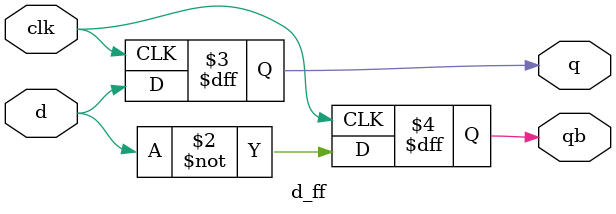
<source format=v>
`timescale 1ns / 1ps
module d_ff(d,clk,q,qb);
input d,clk;
output reg q,qb;
always@(posedge clk)
begin
    q=d;
    qb=~q;
end
endmodule
</source>
